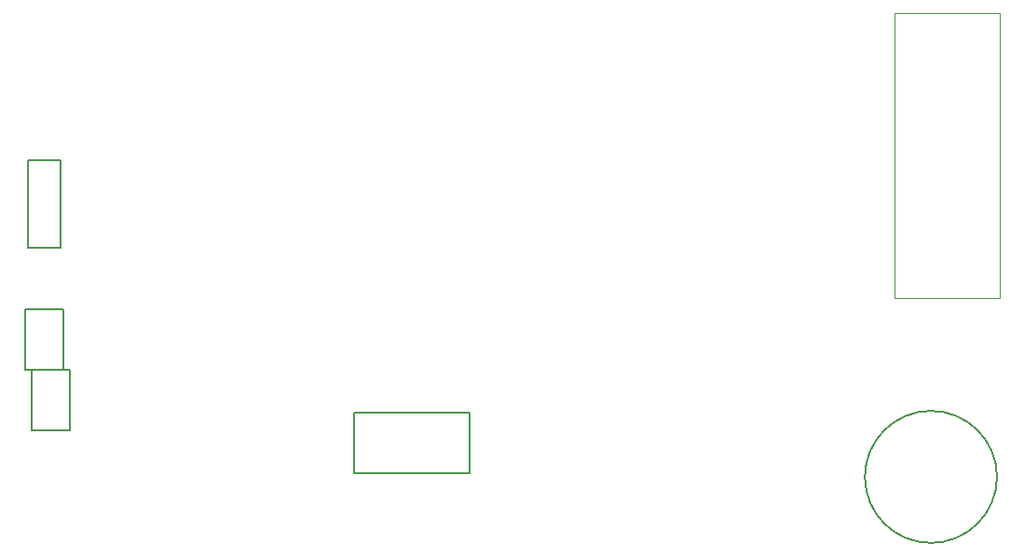
<source format=gbr>
G04 #@! TF.FileFunction,Other,User*
%FSLAX46Y46*%
G04 Gerber Fmt 4.6, Leading zero omitted, Abs format (unit mm)*
G04 Created by KiCad (PCBNEW 4.0.4+dfsg1-stable) date Fri Mar  3 13:36:28 2017*
%MOMM*%
%LPD*%
G01*
G04 APERTURE LIST*
%ADD10C,0.100000*%
%ADD11C,0.050000*%
%ADD12C,0.150000*%
G04 APERTURE END LIST*
D10*
D11*
X91900000Y54000000D02*
X91900000Y28100000D01*
X91900000Y28100000D02*
X82300000Y28100000D01*
X82300000Y28100000D02*
X82300000Y54000000D01*
X82300000Y54000000D02*
X91900000Y54000000D01*
D12*
X91650000Y11850000D02*
G75*
G03X91650000Y11850000I-6000000J0D01*
G01*
X3350000Y21550000D02*
X3350000Y27050000D01*
X3350000Y27050000D02*
X6850000Y27050000D01*
X6850000Y27050000D02*
X6850000Y21550000D01*
X6850000Y21550000D02*
X3350000Y21550000D01*
X7400000Y21550000D02*
X7400000Y16050000D01*
X7400000Y16050000D02*
X3900000Y16050000D01*
X3900000Y16050000D02*
X3900000Y21550000D01*
X3900000Y21550000D02*
X7400000Y21550000D01*
X43700000Y12200000D02*
X43700000Y17700000D01*
X43700000Y17700000D02*
X33200000Y17700000D01*
X33200000Y17700000D02*
X33200000Y12200000D01*
X33200000Y12200000D02*
X43700000Y12200000D01*
X6600000Y40650000D02*
X6600000Y32650000D01*
X6600000Y32650000D02*
X3600000Y32650000D01*
X3600000Y32650000D02*
X3600000Y40650000D01*
X3600000Y40650000D02*
X6600000Y40650000D01*
M02*

</source>
